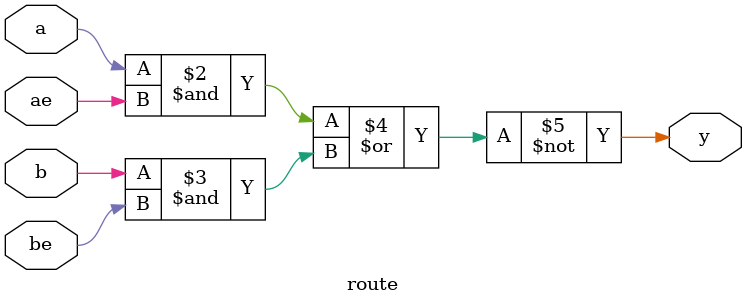
<source format=sv>
`timescale 1ns / 1ps


module route(
    input wire  a, ae, b, be,
    output reg  y
    );
    
    always_comb 
        y = ~((a & ae) | (b & be));
endmodule

</source>
